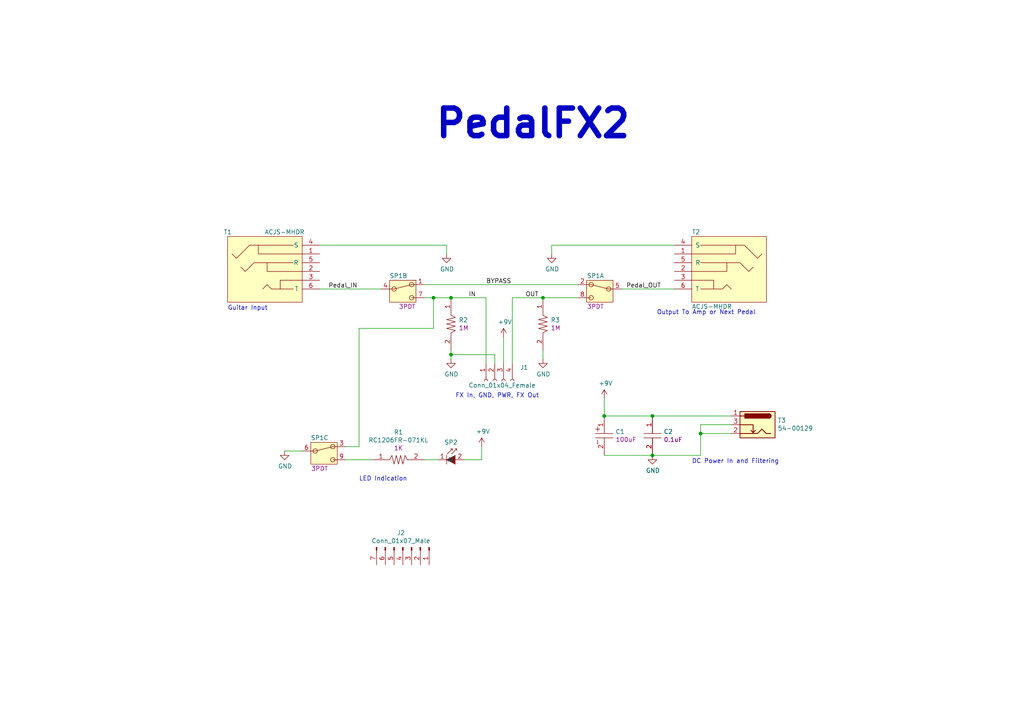
<source format=kicad_sch>
(kicad_sch (version 20230121) (generator eeschema)
  (paper "A4")
  (lib_symbols
    (symbol "PedalFX2_1590A-rescue:3PDT-StompSwitch_Alt-Special-PedalFX2_1590N1-rescue" (pin_names (offset 1.016))
      (property "Reference" "SP" (at -8.89 3.81 0))
      (property "Value" "3PDT-StompSwitch_Alt-Special-PedalFX2_1590N1-rescue" (at 0 -5.08 0))
      (property "_Value_" "3PDT" (at 58.42 63.5 0))
      (symbol "3PDT-StompSwitch_Alt-Special-PedalFX2_1590N1-rescue_1_1"
        (rectangle (start -3.81 2.54) (end 3.81 -3.81) (fill (type background)))
        (circle (center -2.54 0) (radius 0.635))
        (polyline (pts (xy -2.54 0) (xy -3.81 0)))
        (polyline (pts (xy -2.54 0) (xy 2.54 1.27)))
        (polyline (pts (xy 3.81 -2.54) (xy 2.54 -2.54)))
        (polyline (pts (xy 3.81 1.27) (xy 2.54 1.27)))
        (circle (center 2.54 -2.54) (radius 0.635))
        (circle (center 2.54 1.27) (radius 0.635))
        (pin passive line (at 6.35 1.27 180) (length 2.54) (name "~") (number "2"))
        (pin passive line (at -6.35 0 0) (length 2.54) (name "~") (number "5"))
        (pin passive line (at 6.35 -2.54 180) (length 2.54) (name "~") (number "8"))
      )
      (symbol "3PDT-StompSwitch_Alt-Special-PedalFX2_1590N1-rescue_2_1"
        (rectangle (start -3.81 2.54) (end 3.81 2.54))
        (circle (center -2.54 0) (radius 0.635))
        (polyline (pts (xy -3.81 0) (xy -2.54 0)))
        (polyline (pts (xy -2.54 0) (xy 2.54 1.27)))
        (polyline (pts (xy 2.54 -2.54) (xy 3.81 -2.54)))
        (polyline (pts (xy 3.81 1.27) (xy 2.54 1.27)))
        (circle (center 2.54 -2.54) (radius 0.635))
        (circle (center 2.54 1.27) (radius 0.635))
        (rectangle (start 3.81 2.54) (end -3.81 -3.81) (fill (type background)))
        (pin passive line (at 6.35 1.27 180) (length 2.54) (name "~") (number "1"))
        (pin passive line (at -6.35 0 0) (length 2.54) (name "~") (number "4"))
        (pin passive line (at 6.35 -2.54 180) (length 2.54) (name "~") (number "7"))
      )
      (symbol "3PDT-StompSwitch_Alt-Special-PedalFX2_1590N1-rescue_3_1"
        (rectangle (start -3.81 2.54) (end 3.81 -3.81) (fill (type background)))
        (circle (center -2.54 0) (radius 0.635))
        (polyline (pts (xy -2.54 0) (xy -3.81 0)))
        (polyline (pts (xy -2.54 0) (xy 2.54 1.27)))
        (polyline (pts (xy 2.54 -2.54) (xy 3.81 -2.54)))
        (polyline (pts (xy 3.81 1.27) (xy 2.54 1.27)))
        (circle (center 2.54 -2.54) (radius 0.635))
        (circle (center 2.54 1.27) (radius 0.635))
        (pin passive line (at 6.35 1.27 180) (length 2.54) (name "~") (number "3"))
        (pin passive line (at -6.35 0 0) (length 2.54) (name "~") (number "6"))
        (pin passive line (at 6.35 -2.54 180) (length 2.54) (name "~") (number "9"))
      )
    )
    (symbol "PedalFX2_1590A-rescue:54-00129-AVR-KiCAD-Lib-Connectors" (pin_names (offset 1.016))
      (property "Reference" "T" (at -5.08 5.08 0))
      (property "Value" "AVR-KiCAD-Lib-Connectors_54-00129" (at 0 -5.08 0))
      (symbol "54-00129-AVR-KiCAD-Lib-Connectors_1_1"
        (rectangle (start -5.08 3.81) (end 5.08 -3.81) (stroke (width 0.254)) (fill (type background)))
        (arc (start -3.302 3.175) (mid -3.9343 2.54) (end -3.302 1.905) (stroke (width 0.254)))
        (arc (start -3.302 3.175) (mid -3.9343 2.54) (end -3.302 1.905) (stroke (width 0.254)) (fill (type outline)))
        (polyline (pts (xy 1.27 -2.286) (xy 1.905 -1.651)) (stroke (width 0.254)))
        (polyline (pts (xy 5.08 2.54) (xy 3.81 2.54)) (stroke (width 0.254)))
        (polyline (pts (xy 5.08 0) (xy 1.27 0) (xy 1.27 -2.286) (xy 0.635 -1.651)) (stroke (width 0.254)))
        (polyline (pts (xy -3.81 -2.54) (xy -2.54 -2.54) (xy -1.27 -1.27) (xy 0 -2.54) (xy 2.54 -2.54) (xy 5.08 -2.54)) (stroke (width 0.254)))
        (rectangle (start 3.683 3.175) (end -3.302 1.905) (stroke (width 0.254)) (fill (type outline)))
        (pin passive line (at 7.62 2.54 180) (length 2.54) (name "~") (number "1"))
        (pin passive line (at 7.62 -2.54 180) (length 2.54) (name "~") (number "2"))
        (pin passive line (at 7.62 0 180) (length 2.54) (name "~") (number "3"))
      )
    )
    (symbol "PedalFX2_1590A-rescue:ACJS-MHDR-Connectors-PedalFX2_1590N1-rescue" (pin_names (offset 1.016))
      (property "Reference" "T" (at 0 40.64 0))
      (property "Value" "ACJS-MHDR-Connectors-PedalFX2_1590N1-rescue" (at 3.81 43.18 0))
      (symbol "ACJS-MHDR-Connectors-PedalFX2_1590N1-rescue_0_1"
        (rectangle (start -21.59 5.08) (end 0 -13.97) (fill (type background)))
        (polyline (pts (xy -20.32 0) (xy -19.05 -1.27)))
        (polyline (pts (xy -11.43 -10.16) (xy -11.43 -10.16)))
        (polyline (pts (xy -10.16 -8.89) (xy -11.43 -10.16)))
        (polyline (pts (xy -6.35 -10.16) (xy -6.35 -7.62)))
        (polyline (pts (xy 0 -7.62) (xy -6.35 -7.62)))
        (polyline (pts (xy -2.54 -10.16) (xy -8.89 -10.16) (xy -10.16 -8.89)))
        (polyline (pts (xy -2.54 2.54) (xy -15.24 2.54) (xy -19.05 -1.27)))
        (polyline (pts (xy 0 -5.08) (xy -10.16 -5.08) (xy -10.16 -2.54)))
        (polyline (pts (xy 0 0) (xy -12.7 0) (xy -12.7 2.54)))
        (polyline (pts (xy -2.54 -2.54) (xy -13.97 -2.54) (xy -16.51 -5.08) (xy -17.78 -3.81)))
      )
      (symbol "ACJS-MHDR-Connectors-PedalFX2_1590N1-rescue_1_1"
        (pin passive line (at 5.08 0 180) (length 5.08) (name "~") (number "1"))
        (pin passive line (at 5.08 -5.08 180) (length 5.08) (name "~") (number "2"))
        (pin passive line (at 5.08 -7.62 180) (length 5.08) (name "~") (number "3"))
        (pin passive line (at 5.08 2.54 180) (length 5.08) (name "S") (number "4"))
        (pin passive line (at 5.08 -2.54 180) (length 5.08) (name "R") (number "5"))
        (pin passive line (at 5.08 -10.16 180) (length 5.08) (name "T") (number "6"))
      )
    )
    (symbol "PedalFX2_1590A-rescue:CL21B104KCFNNNE-AVR-KiCAD-Lib-Capacitors" (pin_names (offset 1.016))
      (property "Reference" "C" (at -2.54 2.54 0))
      (property "_Value_" "0.1uF" (at 58.42 63.5 0))
      (symbol "CL21B104KCFNNNE-AVR-KiCAD-Lib-Capacitors_1_1"
        (polyline (pts (xy 0 2.54) (xy 0 -2.54)))
        (polyline (pts (xy 1.27 2.54) (xy 1.27 -2.54)))
        (pin input line (at -5.08 0 0) (length 5.08) (name "~") (number "1"))
        (pin input line (at 6.35 0 180) (length 5.08) (name "~") (number "2"))
      )
    )
    (symbol "PedalFX2_1590A-rescue:Conn_01x04_Female-Connector" (pin_names (offset 1.016) hide)
      (property "Reference" "J" (at 0 5.08 0))
      (property "Value" "Connector_Conn_01x04_Female" (at 0 -7.62 0))
      (symbol "Conn_01x04_Female-Connector_1_1"
        (arc (start 0 -4.572) (mid -0.5058 -5.08) (end 0 -5.588) (stroke (width 0.1524)))
        (arc (start 0 -2.032) (mid -0.5058 -2.54) (end 0 -3.048) (stroke (width 0.1524)))
        (polyline (pts (xy -1.27 -5.08) (xy -0.508 -5.08)) (stroke (width 0.1524)))
        (polyline (pts (xy -1.27 -2.54) (xy -0.508 -2.54)) (stroke (width 0.1524)))
        (polyline (pts (xy -1.27 0) (xy -0.508 0)) (stroke (width 0.1524)))
        (polyline (pts (xy -1.27 2.54) (xy -0.508 2.54)) (stroke (width 0.1524)))
        (arc (start 0 0.508) (mid -0.5058 0) (end 0 -0.508) (stroke (width 0.1524)))
        (arc (start 0 3.048) (mid -0.5058 2.54) (end 0 2.032) (stroke (width 0.1524)))
        (pin passive line (at -5.08 2.54 0) (length 3.81) (name "Pin_1") (number "1"))
        (pin passive line (at -5.08 0 0) (length 3.81) (name "Pin_2") (number "2"))
        (pin passive line (at -5.08 -2.54 0) (length 3.81) (name "Pin_3") (number "3"))
        (pin passive line (at -5.08 -5.08 0) (length 3.81) (name "Pin_4") (number "4"))
      )
    )
    (symbol "PedalFX2_1590A-rescue:Conn_01x07_Male-Connector" (pin_names (offset 1.016) hide)
      (property "Reference" "J" (at 0 10.16 0))
      (property "Value" "Connector_Conn_01x07_Male" (at 0 -10.16 0))
      (symbol "Conn_01x07_Male-Connector_1_1"
        (polyline (pts (xy 1.27 -7.62) (xy 0.8636 -7.62)) (stroke (width 0.1524)))
        (polyline (pts (xy 1.27 -5.08) (xy 0.8636 -5.08)) (stroke (width 0.1524)))
        (polyline (pts (xy 1.27 -2.54) (xy 0.8636 -2.54)) (stroke (width 0.1524)))
        (polyline (pts (xy 1.27 0) (xy 0.8636 0)) (stroke (width 0.1524)))
        (polyline (pts (xy 1.27 2.54) (xy 0.8636 2.54)) (stroke (width 0.1524)))
        (polyline (pts (xy 1.27 5.08) (xy 0.8636 5.08)) (stroke (width 0.1524)))
        (polyline (pts (xy 1.27 7.62) (xy 0.8636 7.62)) (stroke (width 0.1524)))
        (rectangle (start 0.8636 -7.493) (end 0 -7.747) (stroke (width 0.1524)) (fill (type outline)))
        (rectangle (start 0.8636 -4.953) (end 0 -5.207) (stroke (width 0.1524)) (fill (type outline)))
        (rectangle (start 0.8636 -2.413) (end 0 -2.667) (stroke (width 0.1524)) (fill (type outline)))
        (rectangle (start 0.8636 0.127) (end 0 -0.127) (stroke (width 0.1524)) (fill (type outline)))
        (rectangle (start 0.8636 2.667) (end 0 2.413) (stroke (width 0.1524)) (fill (type outline)))
        (rectangle (start 0.8636 5.207) (end 0 4.953) (stroke (width 0.1524)) (fill (type outline)))
        (rectangle (start 0.8636 7.747) (end 0 7.493) (stroke (width 0.1524)) (fill (type outline)))
        (pin passive line (at 5.08 7.62 180) (length 3.81) (name "Pin_1") (number "1"))
        (pin passive line (at 5.08 5.08 180) (length 3.81) (name "Pin_2") (number "2"))
        (pin passive line (at 5.08 2.54 180) (length 3.81) (name "Pin_3") (number "3"))
        (pin passive line (at 5.08 0 180) (length 3.81) (name "Pin_4") (number "4"))
        (pin passive line (at 5.08 -2.54 180) (length 3.81) (name "Pin_5") (number "5"))
        (pin passive line (at 5.08 -5.08 180) (length 3.81) (name "Pin_6") (number "6"))
        (pin passive line (at 5.08 -7.62 180) (length 3.81) (name "Pin_7") (number "7"))
      )
    )
    (symbol "PedalFX2_1590A-rescue:HLMP-4700-C0002-Special-PedalFX2_1590N1-rescue" (pin_names (offset 1.016))
      (property "Reference" "SP" (at -2.54 2.54 0))
      (property "Value" "HLMP-4700-C0002-Special-PedalFX2_1590N1-rescue" (at 1.27 5.08 0))
      (symbol "HLMP-4700-C0002-Special-PedalFX2_1590N1-rescue_0_1"
        (polyline (pts (xy 1.651 3.175) (xy 1.143 3.175)))
      )
      (symbol "HLMP-4700-C0002-Special-PedalFX2_1590N1-rescue_1_1"
        (polyline (pts (xy -1.27 1.27) (xy -1.27 -1.27)) (stroke (width 0.1524)))
        (polyline (pts (xy 0.127 1.651) (xy 1.651 3.175) (xy 1.651 2.667)))
        (polyline (pts (xy 1.27 1.27) (xy -1.27 0) (xy 1.27 -1.27)) (fill (type outline)))
        (polyline (pts (xy -1.143 1.651) (xy 0.381 3.175) (xy 0.381 2.667) (xy 0.381 3.175) (xy -0.127 3.175)))
        (pin passive line (at -3.81 0 0) (length 2.54) (name "K") (number "1"))
        (pin passive line (at 3.81 0 180) (length 2.54) (name "A") (number "2"))
      )
    )
    (symbol "PedalFX2_1590A-rescue:RC1206FR-071KL-Resistors-PedalFX2_1590N1-rescue" (pin_names (offset 1.016))
      (property "Reference" "R" (at -2.54 2.54 0))
      (property "Value" "RC1206FR-071KL-Resistors-PedalFX2_1590N1-rescue" (at 1.27 5.08 0))
      (property "_Value_" "1K" (at 58.42 63.5 0))
      (symbol "RC1206FR-071KL-Resistors-PedalFX2_1590N1-rescue_1_1"
        (polyline (pts (xy -2.54 0) (xy -1.905 1.27) (xy -1.27 -1.27) (xy -0.635 1.27) (xy 0 -1.27) (xy 0.635 1.27) (xy 1.27 -1.27) (xy 1.905 1.27) (xy 2.54 0)))
        (pin passive line (at -7.62 0 0) (length 5.08) (name "~") (number "1"))
        (pin passive line (at 7.62 0 180) (length 5.08) (name "~") (number "2"))
      )
    )
    (symbol "PedalFX2_1590A-rescue:RC1206FR-071ML-Resistors-PedalFX2_1590N1-rescue" (pin_names (offset 1.016))
      (property "Reference" "R" (at -2.54 2.54 0))
      (property "Value" "RC1206FR-071ML-Resistors-PedalFX2_1590N1-rescue" (at 1.27 5.08 0))
      (property "_Value_" "1M" (at 58.42 63.5 0))
      (symbol "RC1206FR-071ML-Resistors-PedalFX2_1590N1-rescue_1_1"
        (polyline (pts (xy -2.54 0) (xy -1.905 1.27) (xy -1.27 -1.27) (xy -0.635 1.27) (xy 0 -1.27) (xy 0.635 1.27) (xy 1.27 -1.27) (xy 1.905 1.27) (xy 2.54 0)))
        (pin passive line (at -7.62 0 0) (length 5.08) (name "~") (number "1"))
        (pin passive line (at 7.62 0 180) (length 5.08) (name "~") (number "2"))
      )
    )
    (symbol "PedalFX2_1590A-rescue:UFW1H101MPD-AVR-KiCAD-Lib-Capacitors" (pin_names (offset 1.016))
      (property "Reference" "C" (at -2.54 2.54 0))
      (property "_Value_" "100uF" (at 58.42 63.5 0))
      (symbol "UFW1H101MPD-AVR-KiCAD-Lib-Capacitors_0_1"
        (polyline (pts (xy -1.27 -1.27) (xy -1.27 -2.54)))
        (polyline (pts (xy -0.635 -1.905) (xy -1.905 -1.905)))
        (polyline (pts (xy 1.905 -1.905) (xy 3.175 -1.905)))
      )
      (symbol "UFW1H101MPD-AVR-KiCAD-Lib-Capacitors_1_1"
        (polyline (pts (xy 0 2.54) (xy 0 -2.54)))
        (polyline (pts (xy 1.27 2.54) (xy 1.27 -2.54)))
        (pin input line (at -5.08 0 0) (length 5.08) (name "~") (number "1"))
        (pin input line (at 6.35 0 180) (length 5.08) (name "~") (number "2"))
      )
    )
    (symbol "power:+9V" (power) (pin_names (offset 0))
      (property "Value" "+9V" (at 0 3.556 0))
      (symbol "+9V_0_1"
        (polyline (pts (xy -0.762 1.27) (xy 0 2.54)))
        (polyline (pts (xy 0 0) (xy 0 2.54)))
        (polyline (pts (xy 0 2.54) (xy 0.762 1.27)))
      )
      (symbol "+9V_1_1"
        (pin power_in line (at 0 0 90) (length 0) hide (name "+9V") (number "1"))
      )
    )
    (symbol "power:GND" (power) (pin_names (offset 0))
      (property "Value" "GND" (at 0 -3.81 0))
      (symbol "GND_0_1"
        (polyline (pts (xy 0 0) (xy 0 -1.27) (xy 1.27 -1.27) (xy 0 -2.54) (xy -1.27 -1.27) (xy 0 -1.27)))
      )
      (symbol "GND_1_1"
        (pin power_in line (at 0 0 270) (length 0) hide (name "GND") (number "1"))
      )
    )
  )
  (junction (at 130.81 86.36))
  (junction (at 189.23 120.65))
  (junction (at 130.81 102.87))
  (junction (at 203.2 125.73))
  (junction (at 125.73 86.36))
  (junction (at 157.48 86.36))
  (junction (at 175.26 120.65))
  (junction (at 189.23 132.08))
  (wire (pts (xy 104.14 129.54) (xy 104.14 95.25)))
  (wire (pts (xy 203.2 125.73) (xy 203.2 132.08)))
  (wire (pts (xy 148.59 86.36) (xy 157.48 86.36)))
  (wire (pts (xy 87.63 130.81) (xy 82.55 130.81)))
  (wire (pts (xy 139.7 133.35) (xy 134.62 133.35)))
  (wire (pts (xy 143.51 105.41) (xy 143.51 102.87)))
  (wire (pts (xy 175.26 115.57) (xy 175.26 120.65)))
  (wire (pts (xy 157.48 101.6) (xy 157.48 104.14)))
  (wire (pts (xy 139.7 129.54) (xy 139.7 133.35)))
  (wire (pts (xy 104.14 95.25) (xy 125.73 95.25)))
  (wire (pts (xy 160.02 71.12) (xy 160.02 73.66)))
  (wire (pts (xy 100.33 133.35) (xy 107.95 133.35)))
  (wire (pts (xy 157.48 86.36) (xy 167.64 86.36)))
  (wire (pts (xy 123.19 82.55) (xy 167.64 82.55)))
  (wire (pts (xy 129.54 71.12) (xy 129.54 73.66)))
  (wire (pts (xy 125.73 86.36) (xy 130.81 86.36)))
  (wire (pts (xy 195.58 71.12) (xy 160.02 71.12)))
  (wire (pts (xy 189.23 120.65) (xy 175.26 120.65)))
  (wire (pts (xy 203.2 123.19) (xy 203.2 125.73)))
  (wire (pts (xy 123.19 86.36) (xy 125.73 86.36)))
  (wire (pts (xy 146.05 97.79) (xy 146.05 105.41)))
  (wire (pts (xy 92.71 71.12) (xy 129.54 71.12)))
  (wire (pts (xy 130.81 104.14) (xy 130.81 102.87)))
  (wire (pts (xy 140.97 86.36) (xy 140.97 105.41)))
  (wire (pts (xy 123.19 133.35) (xy 127 133.35)))
  (wire (pts (xy 130.81 86.36) (xy 140.97 86.36)))
  (wire (pts (xy 148.59 105.41) (xy 148.59 86.36)))
  (wire (pts (xy 125.73 95.25) (xy 125.73 86.36)))
  (wire (pts (xy 212.09 125.73) (xy 203.2 125.73)))
  (wire (pts (xy 203.2 132.08) (xy 189.23 132.08)))
  (wire (pts (xy 110.49 83.82) (xy 92.71 83.82)))
  (wire (pts (xy 130.81 102.87) (xy 130.81 101.6)))
  (wire (pts (xy 100.33 129.54) (xy 104.14 129.54)))
  (wire (pts (xy 212.09 123.19) (xy 203.2 123.19)))
  (wire (pts (xy 175.26 132.08) (xy 189.23 132.08)))
  (wire (pts (xy 143.51 102.87) (xy 130.81 102.87)))
  (wire (pts (xy 195.58 83.82) (xy 180.34 83.82)))
  (wire (pts (xy 189.23 120.65) (xy 212.09 120.65)))
  (text "DC Power In and Filtering" (at 200.66 134.62 0) (effects (font (size 1.27 1.27)) (justify left bottom)))
  (text "LED Indication" (at 104.14 139.7 0) (effects (font (size 1.27 1.27)) (justify left bottom)))
  (text "Guitar Input" (at 66.04 90.17 0) (effects (font (size 1.27 1.27)) (justify left bottom)))
  (text "Output To Amp or Next Pedal" (at 190.5 91.44 0) (effects (font (size 1.27 1.27)) (justify left bottom)))
  (text "PedalFX2" (at 125.73 40.64 0) (effects (font (size 8.001 8.001) (thickness 1.6002) bold) (justify left bottom)))
  (text "FX In, GND, PWR, FX Out" (at 132.08 115.57 0) (effects (font (size 1.27 1.27)) (justify left bottom)))
  (label "Pedal_IN" (at 95.25 83.82 0))
  (label "Pedal_OUT" (at 181.61 83.82 0))
  (label "BYPASS" (at 140.97 82.55 0))
  (label "OUT" (at 152.4 86.36 0))
  (label "IN" (at 135.89 86.36 0))
  (symbol (lib_id "PedalFX2_1590A-rescue:3PDT-StompSwitch_Alt-Special-PedalFX2_1590N1-rescue") (at 173.99 83.82 0) (mirror y) (unit 1)
    (property "Reference" "SP1" (at 172.72 80.01 0))
    (property "Value" "3PDT-StompSwitch_Alt" (effects hide))
    (property "Footprint" "AVR-KiCAD-Lib-Special:Switches_Stomp_Switch_3PDT" (effects hide))
    (property "Cost QTY: 1" "*" (effects hide))
    (property "Cost QTY: 1000" "*" (effects hide))
    (property "Cost QTY: 2500" "*" (effects hide))
    (property "Cost QTY: 5000" "*" (effects hide))
    (property "Cost QTY: 10000" "*" (effects hide))
    (property "MFR" "*" (effects hide))
    (property "MFR#" "*" (effects hide))
    (property "Vendor" "*" (effects hide))
    (property "Vendor #" "*" (effects hide))
    (property "Designer" "*" (effects hide))
    (property "Height" "*" (effects hide))
    (property "Date Created" "4/28/2019" (effects hide))
    (property "Date Modified" "4/28/2019" (effects hide))
    (property "Lead-Free ?" "*" (effects hide))
    (property "RoHS Levels" "*" (effects hide))
    (property "Mounting" "*" (effects hide))
    (property "Pin Count #" "*" (effects hide))
    (property "Status" "*" (effects hide))
    (property "Tolerance" "*" (effects hide))
    (property "Type" "*" (effects hide))
    (property "Voltage" "*" (effects hide))
    (property "Package" "*" (effects hide))
    (property "Description" "*" (effects hide))
    (property "_Value_" "3PDT" (at 172.72 88.9 0))
    (property "Management_ID" "*" (effects hide))
  )
  (symbol (lib_id "PedalFX2_1590A-rescue:3PDT-StompSwitch_Alt-Special-PedalFX2_1590N1-rescue") (at 116.84 83.82 0) (unit 2)
    (property "Reference" "SP1" (at 115.57 80.01 0))
    (property "Value" "3PDT-StompSwitch_Alt" (effects hide))
    (property "Footprint" "AVR-KiCAD-Lib-Special:Switches_Stomp_Switch_3PDT" (effects hide))
    (property "Cost QTY: 1" "*" (effects hide))
    (property "Cost QTY: 1000" "*" (effects hide))
    (property "Cost QTY: 2500" "*" (effects hide))
    (property "Cost QTY: 5000" "*" (effects hide))
    (property "Cost QTY: 10000" "*" (effects hide))
    (property "MFR" "*" (effects hide))
    (property "MFR#" "*" (effects hide))
    (property "Vendor" "*" (effects hide))
    (property "Vendor #" "*" (effects hide))
    (property "Designer" "*" (effects hide))
    (property "Height" "*" (effects hide))
    (property "Date Created" "4/28/2019" (effects hide))
    (property "Date Modified" "4/28/2019" (effects hide))
    (property "Lead-Free ?" "*" (effects hide))
    (property "RoHS Levels" "*" (effects hide))
    (property "Mounting" "*" (effects hide))
    (property "Pin Count #" "*" (effects hide))
    (property "Status" "*" (effects hide))
    (property "Tolerance" "*" (effects hide))
    (property "Type" "*" (effects hide))
    (property "Voltage" "*" (effects hide))
    (property "Package" "*" (effects hide))
    (property "Description" "*" (effects hide))
    (property "_Value_" "3PDT" (at 118.11 88.9 0))
    (property "Management_ID" "*" (effects hide))
  )
  (symbol (lib_id "PedalFX2_1590A-rescue:3PDT-StompSwitch_Alt-Special-PedalFX2_1590N1-rescue") (at 93.98 130.81 0) (unit 3)
    (property "Reference" "SP1" (at 92.71 127 0))
    (property "Value" "3PDT-StompSwitch_Alt" (effects hide))
    (property "Footprint" "AVR-KiCAD-Lib-Special:Switches_Stomp_Switch_3PDT" (effects hide))
    (property "Cost QTY: 1" "*" (effects hide))
    (property "Cost QTY: 1000" "*" (effects hide))
    (property "Cost QTY: 2500" "*" (effects hide))
    (property "Cost QTY: 5000" "*" (effects hide))
    (property "Cost QTY: 10000" "*" (effects hide))
    (property "MFR" "*" (effects hide))
    (property "MFR#" "*" (effects hide))
    (property "Vendor" "*" (effects hide))
    (property "Vendor #" "*" (effects hide))
    (property "Designer" "*" (effects hide))
    (property "Height" "*" (effects hide))
    (property "Date Created" "4/28/2019" (effects hide))
    (property "Date Modified" "4/28/2019" (effects hide))
    (property "Lead-Free ?" "*" (effects hide))
    (property "RoHS Levels" "*" (effects hide))
    (property "Mounting" "*" (effects hide))
    (property "Pin Count #" "*" (effects hide))
    (property "Status" "*" (effects hide))
    (property "Tolerance" "*" (effects hide))
    (property "Type" "*" (effects hide))
    (property "Voltage" "*" (effects hide))
    (property "Package" "*" (effects hide))
    (property "Description" "*" (effects hide))
    (property "_Value_" "3PDT" (at 92.71 135.89 0))
    (property "Management_ID" "*" (effects hide))
  )
  (symbol (lib_id "power:GND") (at 129.54 73.66 0) (unit 1)
    (property "Reference" "#PWR02" (effects hide))
    (property "Value" "GND" (at 129.667 78.0542 0))
  )
  (symbol (lib_id "power:GND") (at 160.02 73.66 0) (unit 1)
    (property "Reference" "#PWR07" (effects hide))
    (property "Value" "GND" (at 160.147 78.0542 0))
  )
  (symbol (lib_id "PedalFX2_1590A-rescue:Conn_01x04_Female-Connector") (at 143.51 110.49 90) (mirror x) (unit 1)
    (property "Reference" "J1" (at 150.8252 106.5784 90) (effects (justify right)))
    (property "Value" "Conn_01x04_Female" (at 135.89 111.76 90) (effects (justify right)))
    (property "Footprint" "Connector_PinHeader_2.54mm:PinHeader_1x04_P2.54mm_Vertical" (effects hide))
  )
  (symbol (lib_id "PedalFX2_1590A-rescue:RC1206FR-071ML-Resistors-PedalFX2_1590N1-rescue") (at 130.81 93.98 270) (unit 1)
    (property "Reference" "R2" (at 133.0452 92.8116 90) (effects (justify left)))
    (property "Value" "RC1206FR-071ML" (effects hide))
    (property "Footprint" "AVR-KiCAD-Lib-Resistors:R1206" (effects hide))
    (property "Datasheet" "http://www.yageo.com/documents/recent/PYu-RC_Group_51_RoHS_L_10.pdf" (effects hide))
    (property "Cost QTY: 1" "0.100" (effects hide))
    (property "Cost QTY: 1000" "0.01480" (effects hide))
    (property "Cost QTY: 2500" "0.01300" (effects hide))
    (property "Cost QTY: 5000" "*" (effects hide))
    (property "Cost QTY: 10000" "*" (effects hide))
    (property "MFR" "Yageo" (effects hide))
    (property "MFR#" "RC1206FR-071ML" (effects hide))
    (property "Vendor" "Digikey" (effects hide))
    (property "Vendor #" "311-1.00MFRCT-ND" (effects hide))
    (property "Designer" "AVR" (effects hide))
    (property "Height" "0.65mm" (effects hide))
    (property "Date Created" "4/28/2019" (effects hide))
    (property "Date Modified" "4/28/2019" (effects hide))
    (property "Lead-Free ?" "Yes" (effects hide))
    (property "RoHS Levels" "1" (effects hide))
    (property "Mounting" "SMT" (effects hide))
    (property "Pin Count #" "2" (effects hide))
    (property "Status" "Active" (effects hide))
    (property "Tolerance" "1%" (effects hide))
    (property "Type" "SMT Chip Resistor" (effects hide))
    (property "Voltage" "*" (effects hide))
    (property "Package" "1206" (effects hide))
    (property "_Value_" "1M" (at 133.0452 95.123 90) (effects (justify left)))
    (property "Management_ID" "*" (effects hide))
    (property "Description" "RES SMD 1M OHM 1% 1/4W 1206" (effects hide))
  )
  (symbol (lib_id "PedalFX2_1590A-rescue:RC1206FR-071ML-Resistors-PedalFX2_1590N1-rescue") (at 157.48 93.98 270) (unit 1)
    (property "Reference" "R3" (at 159.7152 92.8116 90) (effects (justify left)))
    (property "Value" "RC1206FR-071ML" (effects hide))
    (property "Footprint" "AVR-KiCAD-Lib-Resistors:R1206" (effects hide))
    (property "Datasheet" "http://www.yageo.com/documents/recent/PYu-RC_Group_51_RoHS_L_10.pdf" (effects hide))
    (property "Cost QTY: 1" "0.100" (effects hide))
    (property "Cost QTY: 1000" "0.01480" (effects hide))
    (property "Cost QTY: 2500" "0.01300" (effects hide))
    (property "Cost QTY: 5000" "*" (effects hide))
    (property "Cost QTY: 10000" "*" (effects hide))
    (property "MFR" "Yageo" (effects hide))
    (property "MFR#" "RC1206FR-071ML" (effects hide))
    (property "Vendor" "Digikey" (effects hide))
    (property "Vendor #" "311-1.00MFRCT-ND" (effects hide))
    (property "Designer" "AVR" (effects hide))
    (property "Height" "0.65mm" (effects hide))
    (property "Date Created" "4/28/2019" (effects hide))
    (property "Date Modified" "4/28/2019" (effects hide))
    (property "Lead-Free ?" "Yes" (effects hide))
    (property "RoHS Levels" "1" (effects hide))
    (property "Mounting" "SMT" (effects hide))
    (property "Pin Count #" "2" (effects hide))
    (property "Status" "Active" (effects hide))
    (property "Tolerance" "1%" (effects hide))
    (property "Type" "SMT Chip Resistor" (effects hide))
    (property "Voltage" "*" (effects hide))
    (property "Package" "1206" (effects hide))
    (property "_Value_" "1M" (at 159.7152 95.123 90) (effects (justify left)))
    (property "Management_ID" "*" (effects hide))
    (property "Description" "RES SMD 1M OHM 1% 1/4W 1206" (effects hide))
  )
  (symbol (lib_id "power:GND") (at 157.48 104.14 0) (unit 1)
    (property "Reference" "#PWR06" (effects hide))
    (property "Value" "GND" (at 157.607 108.5342 0))
  )
  (symbol (lib_id "power:GND") (at 130.81 104.14 0) (unit 1)
    (property "Reference" "#PWR03" (effects hide))
    (property "Value" "GND" (at 130.937 108.5342 0))
  )
  (symbol (lib_id "power:+9V") (at 146.05 97.79 0) (unit 1)
    (property "Reference" "#PWR05" (effects hide))
    (property "Value" "+9V" (at 146.431 93.3958 0))
  )
  (symbol (lib_id "PedalFX2_1590A-rescue:RC1206FR-071KL-Resistors-PedalFX2_1590N1-rescue") (at 115.57 133.35 0) (unit 1)
    (property "Reference" "R1" (at 115.57 125.349 0))
    (property "Value" "RC1206FR-071KL" (at 115.57 127.6604 0))
    (property "Footprint" "AVR-KiCAD-Lib-Resistors:R1206" (effects hide))
    (property "Datasheet" "http://www.yageo.com/documents/recent/PYu-RC_Group_51_RoHS_L_10.pdf" (effects hide))
    (property "Cost QTY: 1" "0.10" (effects hide))
    (property "Cost QTY: 1000" "0.01480" (effects hide))
    (property "Cost QTY: 2500" "0.01300" (effects hide))
    (property "Cost QTY: 5000" "*" (effects hide))
    (property "Cost QTY: 10000" "*" (effects hide))
    (property "MFR" "Yageo" (effects hide))
    (property "MFR#" "RC1206FR-071KL" (effects hide))
    (property "Vendor" "Digikey" (effects hide))
    (property "Vendor #" "311-1.00KFRCT-ND" (effects hide))
    (property "Designer" "AVR" (effects hide))
    (property "Height" "0.65mm" (effects hide))
    (property "Date Created" "4/28/2019" (effects hide))
    (property "Date Modified" "4/28/2019" (effects hide))
    (property "Lead-Free ?" "Yes" (effects hide))
    (property "RoHS Levels" "1" (effects hide))
    (property "Mounting" "SMT" (effects hide))
    (property "Pin Count #" "2" (effects hide))
    (property "Status" "Active" (effects hide))
    (property "Tolerance" "1%" (effects hide))
    (property "Type" "SMT Chip Resistor" (effects hide))
    (property "Voltage" "*" (effects hide))
    (property "Package" "1206" (effects hide))
    (property "_Value_" "1K" (at 115.57 129.9718 0))
    (property "Management_ID" "*" (effects hide))
    (property "Description" "RES SMD 1K OHM 1% 1/4W 1206" (effects hide))
  )
  (symbol (lib_id "PedalFX2_1590A-rescue:HLMP-4700-C0002-Special-PedalFX2_1590N1-rescue") (at 130.81 133.35 0) (unit 1)
    (property "Reference" "SP2" (at 130.81 128.2954 0))
    (property "Value" "HLMP-4700-C0002" (effects hide))
    (property "Footprint" "AVR-KiCAD-Lib-Diodesl:LED_D5.0mm" (effects hide))
    (property "Datasheet" "https://docs.broadcom.com/docs/AV02-1557EN" (effects hide))
    (property "Cost QTY: 1" "0.61000" (effects hide))
    (property "Cost QTY: 1000" "*" (effects hide))
    (property "Cost QTY: 2500" "*" (effects hide))
    (property "Cost QTY: 5000" "*" (effects hide))
    (property "Cost QTY: 10000" "*" (effects hide))
    (property "MFR" "Broadcom" (effects hide))
    (property "MFR#" "HLMP-4700-C0002" (effects hide))
    (property "Vendor" "Digikey" (effects hide))
    (property "Vendor #" "516-2483-1-ND" (effects hide))
    (property "Designer" "AVR" (effects hide))
    (property "Height" "9.19mm" (effects hide))
    (property "Date Created" "4/29/2019" (effects hide))
    (property "Date Modified" "4/29/2019" (effects hide))
    (property "Lead-Free ?" "Yes" (effects hide))
    (property "RoHS Levels" "1" (effects hide))
    (property "Mounting" "ThroughHole" (effects hide))
    (property "Pin Count #" "2" (effects hide))
    (property "Status" "Active" (effects hide))
    (property "Tolerance" "*" (effects hide))
    (property "Type" "LED ThroughHole" (effects hide))
    (property "Voltage" "1.7V" (effects hide))
    (property "Package" "5mm" (effects hide))
    (property "Description" "LED RED DIFFUSED T-1 3/4 T/H" (effects hide))
    (property "_Value_" "HLMP-4700-C0002" (effects hide))
    (property "Management_ID" "*" (effects hide))
  )
  (symbol (lib_id "power:+9V") (at 139.7 129.54 0) (unit 1)
    (property "Reference" "#PWR04" (effects hide))
    (property "Value" "+9V" (at 140.081 125.1458 0))
  )
  (symbol (lib_id "power:GND") (at 82.55 130.81 0) (unit 1)
    (property "Reference" "#PWR01" (effects hide))
    (property "Value" "GND" (at 82.677 135.2042 0))
  )
  (symbol (lib_id "PedalFX2_1590A-rescue:CL21B104KCFNNNE-AVR-KiCAD-Lib-Capacitors") (at 189.23 125.73 270) (unit 1)
    (property "Reference" "C2" (at 192.4812 125.1966 90) (effects (justify left)))
    (property "Value" "CL21B104KCFNNNE" (effects hide))
    (property "Footprint" "AVR-KiCAD-Lib-Capacitors:C0805" (effects hide))
    (property "Datasheet" "https://www.samsungsem.com/kr/support/product-search/mlcc/__icsFiles/afieldfile/2018/07/23/CL21B104KCFNNNE.pdf" (effects hide))
    (property "Cost QTY: 1" "0.100" (effects hide))
    (property "Cost QTY: 1000" "0.01874" (effects hide))
    (property "Cost QTY: 2500" "*" (effects hide))
    (property "Cost QTY: 5000" "*" (effects hide))
    (property "Cost QTY: 10000" "*" (effects hide))
    (property "MFR" "Samsung Electro-Mechanics" (effects hide))
    (property "MFR#" "CL21B104KCFNNNE" (effects hide))
    (property "Vendor" "Digikey" (effects hide))
    (property "Vendor #" "1276-6840-1-ND" (effects hide))
    (property "Designer" "AVR" (effects hide))
    (property "Height" "1.35mm" (effects hide))
    (property "Date Created" "4/29/2019" (effects hide))
    (property "Date Modified" "4/29/2019" (effects hide))
    (property "Lead-Free ?" "Yes" (effects hide))
    (property "RoHS Levels" "1" (effects hide))
    (property "Mounting" "SMT" (effects hide))
    (property "Pin Count #" "2" (effects hide))
    (property "Status" "Active" (effects hide))
    (property "Tolerance" "10%" (effects hide))
    (property "Type" "SMT Ceramic Cap" (effects hide))
    (property "Voltage" "100V" (effects hide))
    (property "Package" "0805" (effects hide))
    (property "Description" "CAP CER 0.1UF 100V X7R 0805" (effects hide))
    (property "_Value_" "0.1uF" (at 192.4812 127.508 90) (effects (justify left)))
    (property "Management_ID" "*" (effects hide))
  )
  (symbol (lib_id "power:+9V") (at 175.26 115.57 0) (unit 1)
    (property "Reference" "#PWR08" (effects hide))
    (property "Value" "+9V" (at 175.641 111.1758 0))
  )
  (symbol (lib_id "power:GND") (at 189.23 132.08 0) (unit 1)
    (property "Reference" "#PWR09" (effects hide))
    (property "Value" "GND" (at 189.357 136.4742 0))
  )
  (symbol (lib_id "PedalFX2_1590A-rescue:UFW1H101MPD-AVR-KiCAD-Lib-Capacitors") (at 175.26 125.73 270) (unit 1)
    (property "Reference" "C1" (at 178.5112 125.1966 90) (effects (justify left)))
    (property "Value" "UFW1H101MPD" (effects hide))
    (property "Footprint" "AVR-KiCAD-Lib-Capacitors:CP_Radial_D8.0mm_P3.50mm" (effects hide))
    (property "Datasheet" "http://nichicon-us.com/english/products/pdfs/e-ufw.pdf" (effects hide))
    (property "Cost QTY: 1" "0.42000" (effects hide))
    (property "Cost QTY: 1000" "0.11096" (effects hide))
    (property "Cost QTY: 2500" "0.10512" (effects hide))
    (property "Cost QTY: 5000" "0.09928" (effects hide))
    (property "Cost QTY: 10000" "*" (effects hide))
    (property "MFR" "Nichicon" (effects hide))
    (property "MFR#" "UFW1H101MPD" (effects hide))
    (property "Vendor" "Digikey" (effects hide))
    (property "Vendor #" "493-15135-ND" (effects hide))
    (property "Designer" "AVR" (effects hide))
    (property "Height" "11.50mm" (effects hide))
    (property "Date Created" "4/29/2019" (effects hide))
    (property "Date Modified" "4/29/2019" (effects hide))
    (property "Lead-Free ?" "Yes" (effects hide))
    (property "RoHS Levels" "1" (effects hide))
    (property "Mounting" "ThroughHole" (effects hide))
    (property "Pin Count #" "2" (effects hide))
    (property "Status" "Active" (effects hide))
    (property "Tolerance" "20%" (effects hide))
    (property "Type" "Alu Electrolytic Cap" (effects hide))
    (property "Voltage" "50V" (effects hide))
    (property "Package" "Radial8X11.5X3.5" (effects hide))
    (property "Description" "CAP ALUM 100UF 20% 50V RADIAL" (effects hide))
    (property "_Value_" "100uF" (at 178.5112 127.508 90) (effects (justify left)))
    (property "Management_ID" "*" (effects hide))
  )
  (symbol (lib_id "PedalFX2_1590A-rescue:ACJS-MHDR-Connectors-PedalFX2_1590N1-rescue") (at 87.63 73.66 0) (unit 1)
    (property "Reference" "T1" (at 66.04 67.31 0))
    (property "Value" "ACJS-MHDR" (at 82.55 67.31 0))
    (property "Footprint" "AVR-KiCAD-Lib-Connectors:ACJS-MHDR" (effects hide))
    (property "Cost QTY: 1" "1.41000" (effects hide))
    (property "Cost QTY: 1000" "0.81420" (effects hide))
    (property "Cost QTY: 2500" "0.74520" (effects hide))
    (property "Cost QTY: 5000" "*" (effects hide))
    (property "Cost QTY: 10000" "*" (effects hide))
    (property "MFR" "Amphenol Sine Systems Corp" (effects hide))
    (property "MFR#" "ACJS-MHDR" (effects hide))
    (property "Vendor" "Digikey" (effects hide))
    (property "Vendor #" "889-1817-ND" (effects hide))
    (property "Designer" "AVR" (effects hide))
    (property "Height" "12.7mm" (effects hide))
    (property "Date Created" "1/5/2019" (effects hide))
    (property "Date Modified" "1/5/2019" (effects hide))
    (property "Lead-Free ?" "Yes" (effects hide))
    (property "RoHS Levels" "RoHS 1" (effects hide))
    (property "Mounting" "ThroughHole" (effects hide))
    (property "Pin Count #" "6" (effects hide))
    (property "Status" "Active" (effects hide))
    (property "Tolerance" "*" (effects hide))
    (property "Type" "TRS Connector 6.35mm" (effects hide))
    (property "Voltage" "*" (effects hide))
    (property "Package" "*" (effects hide))
    (property "Description" "CONN JACK STEREO 1/4\" R/A" (effects hide))
    (property "_Value_" "ACJS-MHDR" (effects hide))
    (property "Management_ID" "*" (effects hide))
  )
  (symbol (lib_id "PedalFX2_1590A-rescue:ACJS-MHDR-Connectors-PedalFX2_1590N1-rescue") (at 200.66 73.66 0) (mirror y) (unit 1)
    (property "Reference" "T2" (at 200.66 67.31 0) (effects (justify right)))
    (property "Value" "ACJS-MHDR" (at 200.66 88.9 0) (effects (justify right)))
    (property "Footprint" "AVR-KiCAD-Lib-Connectors:ACJS-MHDR" (effects hide))
    (property "Cost QTY: 1" "1.41000" (effects hide))
    (property "Cost QTY: 1000" "0.81420" (effects hide))
    (property "Cost QTY: 2500" "0.74520" (effects hide))
    (property "Cost QTY: 5000" "*" (effects hide))
    (property "Cost QTY: 10000" "*" (effects hide))
    (property "MFR" "Amphenol Sine Systems Corp" (effects hide))
    (property "MFR#" "ACJS-MHDR" (effects hide))
    (property "Vendor" "Digikey" (effects hide))
    (property "Vendor #" "889-1817-ND" (effects hide))
    (property "Designer" "AVR" (effects hide))
    (property "Height" "12.7mm" (effects hide))
    (property "Date Created" "1/5/2019" (effects hide))
    (property "Date Modified" "1/5/2019" (effects hide))
    (property "Lead-Free ?" "Yes" (effects hide))
    (property "RoHS Levels" "RoHS 1" (effects hide))
    (property "Mounting" "ThroughHole" (effects hide))
    (property "Pin Count #" "6" (effects hide))
    (property "Status" "Active" (effects hide))
    (property "Tolerance" "*" (effects hide))
    (property "Type" "TRS Connector 6.35mm" (effects hide))
    (property "Voltage" "*" (effects hide))
    (property "Package" "*" (effects hide))
    (property "Description" "CONN JACK STEREO 1/4\" R/A" (effects hide))
    (property "_Value_" "ACJS-MHDR" (effects hide))
    (property "Management_ID" "*" (effects hide))
  )
  (symbol (lib_id "PedalFX2_1590A-rescue:54-00129-AVR-KiCAD-Lib-Connectors") (at 219.71 123.19 0) (mirror y) (unit 1)
    (property "Reference" "T3" (at 225.552 121.92 0) (effects (justify right)))
    (property "Value" "54-00129" (at 225.552 124.2314 0) (effects (justify right)))
    (property "Footprint" "AVR-KiCAD-Lib-Connectors:BarrelJack_Horizontal" (effects hide))
    (property "Cost QTY: 1" "0.93000" (effects hide))
    (property "Cost QTY: 1000" "0.51066" (effects hide))
    (property "Cost QTY: 2500" "0.46278" (effects hide))
    (property "Cost QTY: 5000" "*" (effects hide))
    (property "Cost QTY: 10000" "*" (effects hide))
    (property "MFR" "Tensility International Corp" (effects hide))
    (property "MFR#" "54-00129" (effects hide))
    (property "Vendor" "Digikey" (effects hide))
    (property "Vendor #" "839-1512-ND" (effects hide))
    (property "Designer" "AVR" (effects hide))
    (property "Height" "10.8mm" (effects hide))
    (property "Date Created" "4/29/2019" (effects hide))
    (property "Date Modified" "4/29/2019" (effects hide))
    (property "Lead-Free ?" "Yes" (effects hide))
    (property "RoHS Levels" "1" (effects hide))
    (property "Mounting" "ThroughHole" (effects hide))
    (property "Pin Count #" "3" (effects hide))
    (property "Status" "Active" (effects hide))
    (property "Tolerance" "*" (effects hide))
    (property "Type" "Barrel Jack Connector" (effects hide))
    (property "Voltage" "48V" (effects hide))
    (property "Package" "Barrel Jack" (effects hide))
    (property "Description" "Power Barrel Connector Jack 2.10mm ID (0.083\"), 5.50mm OD (0.217\") Through Hole, Right Angle" (effects hide))
    (property "_Value_" "54-00129" (effects hide))
    (property "Management_ID" "*" (effects hide))
  )
  (symbol (lib_id "PedalFX2_1590A-rescue:Conn_01x07_Male-Connector") (at 116.84 158.75 270) (unit 1)
    (property "Reference" "J2" (at 116.2812 154.559 90))
    (property "Value" "Conn_01x07_Male" (at 116.2812 156.8704 90))
    (property "Footprint" "Pin_Headers:Pin_Header_Straight_1x07_Pitch2.54mm" (effects hide))
  )
)
</source>
